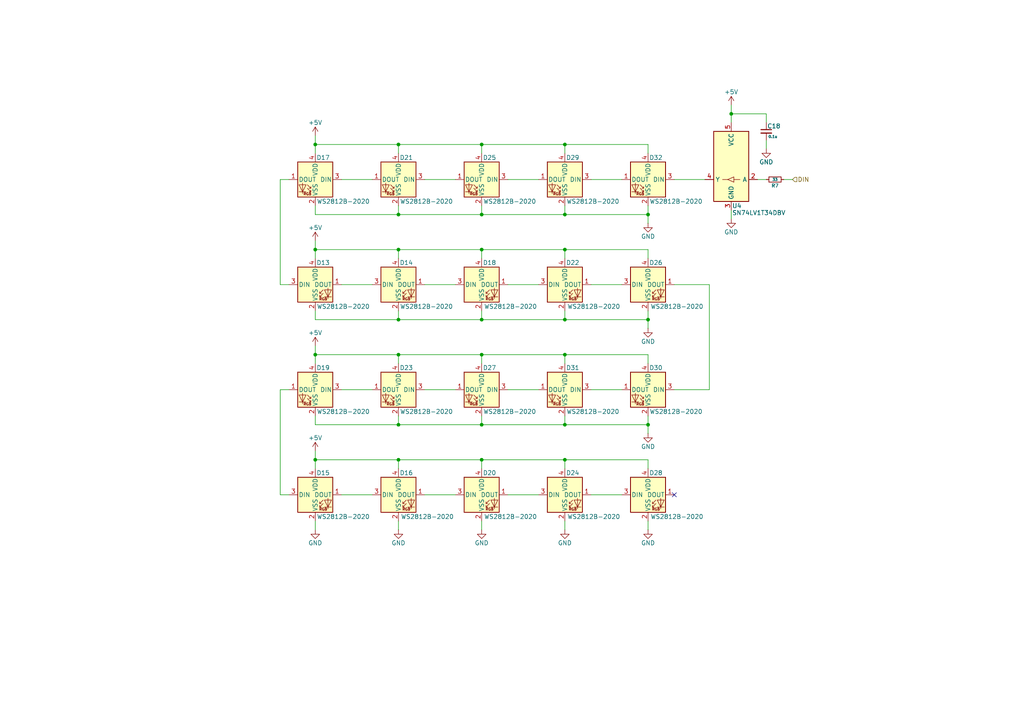
<source format=kicad_sch>
(kicad_sch (version 20250114) (generator "eeschema") (generator_version "9.0")
  (paper "A4")
  (lib_symbols
    (symbol "Device:C_Small" (pin_numbers (hide yes)) (pin_names (offset 0.254) (hide yes))
      (property "Reference" "C" (at 0.254 1.778 0))
      (property "Value" "C_Small" (at 0.254 -2.032 0))
      (symbol "C_Small_0_1"
        (polyline (pts (xy -1.524 0.508) (xy 1.524 0.508)) (stroke (width 0.3048)))
        (polyline (pts (xy -1.524 -0.508) (xy 1.524 -0.508)) (stroke (width 0.3302)))
      )
      (symbol "C_Small_1_1"
        (pin passive line (at 0 2.54 270) (length 2.032) (name "~") (number "1"))
        (pin passive line (at 0 -2.54 90) (length 2.032) (name "~") (number "2"))
      )
    )
    (symbol "Device:R_Small" (pin_numbers (hide yes)) (pin_names (offset 0.254) (hide yes))
      (property "Reference" "R" (at 0 0 90))
      (property "Value" "R_Small" (at 1.778 0 90))
      (symbol "R_Small_0_1"
        (rectangle (start -0.762 1.778) (end 0.762 -1.778) (stroke (width 0.2032)))
      )
      (symbol "R_Small_1_1"
        (pin passive line (at 0 2.54 270) (length 0.762) (name "~") (number "1"))
        (pin passive line (at 0 -2.54 90) (length 0.762) (name "~") (number "2"))
      )
    )
    (symbol "LED:WS2812B-2020" (pin_names (offset 0.254))
      (property "Reference" "D" (at 5.08 5.715 0))
      (property "Value" "WS2812B-2020" (at 1.27 -5.715 0))
      (symbol "WS2812B-2020_0_0"
        (text "RGB" (at 2.286 -4.191 0) (effects (font (size 0.762 0.762))))
      )
      (symbol "WS2812B-2020_0_1"
        (polyline (pts (xy 1.27 -2.54) (xy 1.778 -2.54)))
        (polyline (pts (xy 1.27 -3.556) (xy 1.778 -3.556)))
        (polyline (pts (xy 2.286 -1.524) (xy 1.27 -2.54) (xy 1.27 -2.032)))
        (polyline (pts (xy 2.286 -2.54) (xy 1.27 -3.556) (xy 1.27 -3.048)))
        (polyline (pts (xy 3.683 -1.016) (xy 3.683 -3.556) (xy 3.683 -4.064)))
        (polyline (pts (xy 4.699 -1.524) (xy 2.667 -1.524) (xy 3.683 -3.556) (xy 4.699 -1.524)))
        (polyline (pts (xy 4.699 -3.556) (xy 2.667 -3.556)))
        (rectangle (start 5.08 5.08) (end -5.08 -5.08) (stroke (width 0.254)) (fill (type background)))
      )
      (symbol "WS2812B-2020_1_1"
        (pin input line (at -7.62 0 0) (length 2.54) (name "DIN") (number "3"))
        (pin power_in line (at 0 7.62 270) (length 2.54) (name "VDD") (number "4"))
        (pin power_in line (at 0 -7.62 90) (length 2.54) (name "VSS") (number "2"))
        (pin output line (at 7.62 0 180) (length 2.54) (name "DOUT") (number "1"))
      )
    )
    (symbol "Logic_LevelTranslator:SN74LV1T34DBV"
      (property "Reference" "U4" (at 1.778 9.398 0))
      (property "Value" "SN74LV1T34DBV" (at 8.128 7.62 0))
      (symbol "SN74LV1T34DBV_0_1"
        (rectangle (start -5.08 13.97) (end 5.08 -6.35) (stroke (width 0.254)) (fill (type background)))
        (polyline (pts (xy -0.762 0) (xy -2.54 0)))
        (polyline (pts (xy 1.016 0) (xy 2.54 0)))
      )
      (symbol "SN74LV1T34DBV_1_1"
        (polyline (pts (xy -0.762 -0.762) (xy -0.762 0.762) (xy 1.016 0) (xy -0.762 -0.762)))
        (pin input line (at -7.62 0 0) (length 2.54) (name "A") (number "2"))
        (pin no_connect line (at -5.08 2.54 0) (length 2.54) (hide yes) (name "NC") (number "1"))
        (pin power_in line (at 0 16.51 270) (length 2.54) (name "VCC") (number "5"))
        (pin power_in line (at 0 -8.89 90) (length 2.54) (name "GND") (number "3"))
        (pin output line (at 7.62 0 180) (length 2.54) (name "Y") (number "4"))
      )
    )
    (symbol "power:+5V" (power) (pin_numbers (hide yes)) (pin_names (offset 0) (hide yes))
      (property "Value" "+5V" (at 0 3.556 0))
      (symbol "+5V_0_1"
        (polyline (pts (xy -0.762 1.27) (xy 0 2.54)))
        (polyline (pts (xy 0 2.54) (xy 0.762 1.27)))
        (polyline (pts (xy 0 0) (xy 0 2.54)))
      )
      (symbol "+5V_1_1"
        (pin power_in line (at 0 0 90) (length 0) (name "~") (number "1"))
      )
    )
    (symbol "power:GND" (power) (pin_numbers (hide yes)) (pin_names (offset 0) (hide yes))
      (property "Value" "GND" (at 0 -3.81 0))
      (symbol "GND_0_1"
        (polyline (pts (xy 0 0) (xy 0 -1.27) (xy 1.27 -1.27) (xy 0 -2.54) (xy -1.27 -1.27) (xy 0 -1.27)))
      )
      (symbol "GND_1_1"
        (pin power_in line (at 0 0 270) (length 0) (name "~") (number "1"))
      )
    )
  )
  (junction (at 115.57 62.23))
  (junction (at 163.83 102.87))
  (junction (at 212.09 33.02))
  (junction (at 91.44 72.39))
  (junction (at 187.96 92.71))
  (junction (at 91.44 133.35))
  (junction (at 187.96 123.19))
  (junction (at 139.7 102.87))
  (junction (at 187.96 62.23))
  (junction (at 163.83 41.91))
  (junction (at 163.83 92.71))
  (junction (at 115.57 133.35))
  (junction (at 91.44 102.87))
  (junction (at 163.83 62.23))
  (junction (at 115.57 92.71))
  (junction (at 163.83 123.19))
  (junction (at 163.83 133.35))
  (junction (at 115.57 41.91))
  (junction (at 115.57 102.87))
  (junction (at 139.7 72.39))
  (junction (at 115.57 72.39))
  (junction (at 139.7 123.19))
  (junction (at 163.83 72.39))
  (junction (at 139.7 133.35))
  (junction (at 91.44 41.91))
  (junction (at 115.57 123.19))
  (junction (at 139.7 92.71))
  (junction (at 139.7 62.23))
  (junction (at 139.7 41.91))
  (no_connect (at 195.58 143.51))
  (wire (pts (xy 187.96 59.69) (xy 187.96 62.23)))
  (wire (pts (xy 139.7 92.71) (xy 163.83 92.71)))
  (wire (pts (xy 99.06 82.55) (xy 107.95 82.55)))
  (wire (pts (xy 163.83 92.71) (xy 187.96 92.71)))
  (wire (pts (xy 91.44 151.13) (xy 91.44 153.67)))
  (wire (pts (xy 91.44 41.91) (xy 91.44 44.45)))
  (wire (pts (xy 163.83 120.65) (xy 163.83 123.19)))
  (wire (pts (xy 195.58 52.07) (xy 204.47 52.07)))
  (wire (pts (xy 91.44 72.39) (xy 115.57 72.39)))
  (wire (pts (xy 187.96 135.89) (xy 187.96 133.35)))
  (wire (pts (xy 91.44 102.87) (xy 91.44 105.41)))
  (wire (pts (xy 187.96 120.65) (xy 187.96 123.19)))
  (wire (pts (xy 115.57 92.71) (xy 139.7 92.71)))
  (wire (pts (xy 212.09 33.02) (xy 222.25 33.02)))
  (wire (pts (xy 99.06 113.03) (xy 107.95 113.03)))
  (wire (pts (xy 139.7 120.65) (xy 139.7 123.19)))
  (wire (pts (xy 139.7 133.35) (xy 163.83 133.35)))
  (wire (pts (xy 123.19 52.07) (xy 132.08 52.07)))
  (wire (pts (xy 81.28 52.07) (xy 81.28 82.55)))
  (wire (pts (xy 91.44 72.39) (xy 91.44 74.93)))
  (wire (pts (xy 139.7 123.19) (xy 163.83 123.19)))
  (wire (pts (xy 139.7 72.39) (xy 139.7 74.93)))
  (wire (pts (xy 187.96 74.93) (xy 187.96 72.39)))
  (wire (pts (xy 81.28 143.51) (xy 83.82 143.51)))
  (wire (pts (xy 91.44 59.69) (xy 91.44 62.23)))
  (wire (pts (xy 163.83 72.39) (xy 163.83 74.93)))
  (wire (pts (xy 115.57 90.17) (xy 115.57 92.71)))
  (wire (pts (xy 163.83 102.87) (xy 187.96 102.87)))
  (wire (pts (xy 171.45 113.03) (xy 180.34 113.03)))
  (wire (pts (xy 205.74 82.55) (xy 205.74 113.03)))
  (wire (pts (xy 187.96 64.77) (xy 187.96 62.23)))
  (wire (pts (xy 219.71 52.07) (xy 222.25 52.07)))
  (wire (pts (xy 132.08 82.55) (xy 123.19 82.55)))
  (wire (pts (xy 212.09 30.48) (xy 212.09 33.02)))
  (wire (pts (xy 115.57 72.39) (xy 115.57 74.93)))
  (wire (pts (xy 187.96 105.41) (xy 187.96 102.87)))
  (wire (pts (xy 139.7 133.35) (xy 139.7 135.89)))
  (wire (pts (xy 139.7 72.39) (xy 163.83 72.39)))
  (wire (pts (xy 195.58 113.03) (xy 205.74 113.03)))
  (wire (pts (xy 91.44 69.85) (xy 91.44 72.39)))
  (wire (pts (xy 115.57 102.87) (xy 115.57 105.41)))
  (wire (pts (xy 91.44 100.33) (xy 91.44 102.87)))
  (wire (pts (xy 187.96 95.25) (xy 187.96 92.71)))
  (wire (pts (xy 147.32 52.07) (xy 156.21 52.07)))
  (wire (pts (xy 91.44 102.87) (xy 115.57 102.87)))
  (wire (pts (xy 139.7 59.69) (xy 139.7 62.23)))
  (wire (pts (xy 99.06 52.07) (xy 107.95 52.07)))
  (wire (pts (xy 81.28 113.03) (xy 81.28 143.51)))
  (wire (pts (xy 91.44 120.65) (xy 91.44 123.19)))
  (wire (pts (xy 163.83 151.13) (xy 163.83 153.67)))
  (wire (pts (xy 139.7 102.87) (xy 163.83 102.87)))
  (wire (pts (xy 163.83 102.87) (xy 163.83 105.41)))
  (wire (pts (xy 180.34 143.51) (xy 171.45 143.51)))
  (wire (pts (xy 163.83 62.23) (xy 187.96 62.23)))
  (wire (pts (xy 91.44 130.81) (xy 91.44 133.35)))
  (wire (pts (xy 187.96 90.17) (xy 187.96 92.71)))
  (wire (pts (xy 115.57 72.39) (xy 139.7 72.39)))
  (wire (pts (xy 83.82 113.03) (xy 81.28 113.03)))
  (wire (pts (xy 227.33 52.07) (xy 229.87 52.07)))
  (wire (pts (xy 81.28 82.55) (xy 83.82 82.55)))
  (wire (pts (xy 139.7 41.91) (xy 163.83 41.91)))
  (wire (pts (xy 91.44 62.23) (xy 115.57 62.23)))
  (wire (pts (xy 212.09 60.96) (xy 212.09 63.5)))
  (wire (pts (xy 91.44 133.35) (xy 91.44 135.89)))
  (wire (pts (xy 115.57 133.35) (xy 115.57 135.89)))
  (wire (pts (xy 156.21 82.55) (xy 147.32 82.55)))
  (wire (pts (xy 222.25 33.02) (xy 222.25 35.56)))
  (wire (pts (xy 115.57 151.13) (xy 115.57 153.67)))
  (wire (pts (xy 115.57 41.91) (xy 139.7 41.91)))
  (wire (pts (xy 163.83 41.91) (xy 187.96 41.91)))
  (wire (pts (xy 212.09 33.02) (xy 212.09 35.56)))
  (wire (pts (xy 163.83 133.35) (xy 163.83 135.89)))
  (wire (pts (xy 139.7 62.23) (xy 163.83 62.23)))
  (wire (pts (xy 163.83 133.35) (xy 187.96 133.35)))
  (wire (pts (xy 163.83 123.19) (xy 187.96 123.19)))
  (wire (pts (xy 195.58 82.55) (xy 205.74 82.55)))
  (wire (pts (xy 91.44 133.35) (xy 115.57 133.35)))
  (wire (pts (xy 91.44 41.91) (xy 115.57 41.91)))
  (wire (pts (xy 163.83 59.69) (xy 163.83 62.23)))
  (wire (pts (xy 107.95 143.51) (xy 99.06 143.51)))
  (wire (pts (xy 132.08 143.51) (xy 123.19 143.51)))
  (wire (pts (xy 139.7 90.17) (xy 139.7 92.71)))
  (wire (pts (xy 115.57 62.23) (xy 139.7 62.23)))
  (wire (pts (xy 91.44 39.37) (xy 91.44 41.91)))
  (wire (pts (xy 123.19 113.03) (xy 132.08 113.03)))
  (wire (pts (xy 180.34 82.55) (xy 171.45 82.55)))
  (wire (pts (xy 115.57 123.19) (xy 139.7 123.19)))
  (wire (pts (xy 91.44 92.71) (xy 115.57 92.71)))
  (wire (pts (xy 91.44 123.19) (xy 115.57 123.19)))
  (wire (pts (xy 187.96 44.45) (xy 187.96 41.91)))
  (wire (pts (xy 139.7 151.13) (xy 139.7 153.67)))
  (wire (pts (xy 115.57 41.91) (xy 115.57 44.45)))
  (wire (pts (xy 115.57 59.69) (xy 115.57 62.23)))
  (wire (pts (xy 187.96 125.73) (xy 187.96 123.19)))
  (wire (pts (xy 171.45 52.07) (xy 180.34 52.07)))
  (wire (pts (xy 163.83 72.39) (xy 187.96 72.39)))
  (wire (pts (xy 115.57 102.87) (xy 139.7 102.87)))
  (wire (pts (xy 147.32 113.03) (xy 156.21 113.03)))
  (wire (pts (xy 115.57 133.35) (xy 139.7 133.35)))
  (wire (pts (xy 222.25 40.64) (xy 222.25 43.18)))
  (wire (pts (xy 91.44 90.17) (xy 91.44 92.71)))
  (wire (pts (xy 156.21 143.51) (xy 147.32 143.51)))
  (wire (pts (xy 187.96 151.13) (xy 187.96 153.67)))
  (wire (pts (xy 83.82 52.07) (xy 81.28 52.07)))
  (wire (pts (xy 163.83 90.17) (xy 163.83 92.71)))
  (wire (pts (xy 163.83 41.91) (xy 163.83 44.45)))
  (wire (pts (xy 139.7 102.87) (xy 139.7 105.41)))
  (wire (pts (xy 139.7 41.91) (xy 139.7 44.45)))
  (wire (pts (xy 115.57 120.65) (xy 115.57 123.19)))
  (hierarchical_label "DIN" (shape input) (at 229.87 52.07 0))
  (symbol (lib_id "LED:WS2812B-2020") (at 187.96 82.55 0) (unit 1)
    (property "Reference" "D26" (at 190.246 76.2 0))
    (property "Value" "WS2812B-2020" (at 196.342 88.9 0))
    (property "Footprint" "LED_SMD:LED_WS2812B-2020_PLCC4_2.0x2.0mm" (effects (hide yes)))
    (property "Datasheet" "https://cdn-shop.adafruit.com/product-files/4684/4684_WS2812B-2020_V1.3_EN.pdf" (effects (hide yes)))
    (property "Description" "RGB LED with integrated controller, 2.0 x 2.0 mm, 12 mA" (effects (hide yes)))
  )
  (symbol (lib_id "power:GND") (at 212.09 63.5 0) (mirror y) (unit 1)
    (property "Reference" "#PWR050" (effects (hide yes)))
    (property "Value" "GND" (at 212.09 67.31 0))
    (property "Description" "Power symbol creates a global label with name \"GND\" , ground" (effects (hide yes)))
  )
  (symbol (lib_id "LED:WS2812B-2020") (at 187.96 52.07 0) (mirror y) (unit 1)
    (property "Reference" "D32" (at 190.246 45.72 0))
    (property "Value" "WS2812B-2020" (at 196.088 58.42 0))
    (property "Footprint" "LED_SMD:LED_WS2812B-2020_PLCC4_2.0x2.0mm" (effects (hide yes)))
    (property "Datasheet" "https://cdn-shop.adafruit.com/product-files/4684/4684_WS2812B-2020_V1.3_EN.pdf" (effects (hide yes)))
    (property "Description" "RGB LED with integrated controller, 2.0 x 2.0 mm, 12 mA" (effects (hide yes)))
  )
  (symbol (lib_id "LED:WS2812B-2020") (at 163.83 82.55 0) (unit 1)
    (property "Reference" "D22" (at 166.116 76.2 0))
    (property "Value" "WS2812B-2020" (at 172.212 88.9 0))
    (property "Footprint" "LED_SMD:LED_WS2812B-2020_PLCC4_2.0x2.0mm" (effects (hide yes)))
    (property "Datasheet" "https://cdn-shop.adafruit.com/product-files/4684/4684_WS2812B-2020_V1.3_EN.pdf" (effects (hide yes)))
    (property "Description" "RGB LED with integrated controller, 2.0 x 2.0 mm, 12 mA" (effects (hide yes)))
  )
  (symbol (lib_id "power:GND") (at 187.96 64.77 0) (mirror y) (unit 1)
    (property "Reference" "#PWR045" (effects (hide yes)))
    (property "Value" "GND" (at 187.96 68.58 0))
    (property "Description" "Power symbol creates a global label with name \"GND\" , ground" (effects (hide yes)))
  )
  (symbol (lib_id "LED:WS2812B-2020") (at 163.83 143.51 0) (unit 1)
    (property "Reference" "D24" (at 166.116 137.16 0))
    (property "Value" "WS2812B-2020" (at 172.212 149.86 0))
    (property "Footprint" "LED_SMD:LED_WS2812B-2020_PLCC4_2.0x2.0mm" (effects (hide yes)))
    (property "Datasheet" "https://cdn-shop.adafruit.com/product-files/4684/4684_WS2812B-2020_V1.3_EN.pdf" (effects (hide yes)))
    (property "Description" "RGB LED with integrated controller, 2.0 x 2.0 mm, 12 mA" (effects (hide yes)))
  )
  (symbol (lib_id "power:+5V") (at 91.44 69.85 0) (unit 1)
    (property "Reference" "#PWR038" (effects (hide yes)))
    (property "Value" "+5V" (at 91.44 66.04 0))
    (property "Description" "Power symbol creates a global label with name \"+5V\"" (effects (hide yes)))
  )
  (symbol (lib_id "LED:WS2812B-2020") (at 187.96 143.51 0) (unit 1)
    (property "Reference" "D28" (at 190.246 137.16 0))
    (property "Value" "WS2812B-2020" (at 196.342 149.86 0))
    (property "Footprint" "LED_SMD:LED_WS2812B-2020_PLCC4_2.0x2.0mm" (effects (hide yes)))
    (property "Datasheet" "https://cdn-shop.adafruit.com/product-files/4684/4684_WS2812B-2020_V1.3_EN.pdf" (effects (hide yes)))
    (property "Description" "RGB LED with integrated controller, 2.0 x 2.0 mm, 12 mA" (effects (hide yes)))
  )
  (symbol (lib_id "LED:WS2812B-2020") (at 115.57 82.55 0) (unit 1)
    (property "Reference" "D14" (at 117.856 76.2 0))
    (property "Value" "WS2812B-2020" (at 123.698 88.9 0))
    (property "Footprint" "LED_SMD:LED_WS2812B-2020_PLCC4_2.0x2.0mm" (effects (hide yes)))
    (property "Datasheet" "https://cdn-shop.adafruit.com/product-files/4684/4684_WS2812B-2020_V1.3_EN.pdf" (effects (hide yes)))
    (property "Description" "RGB LED with integrated controller, 2.0 x 2.0 mm, 12 mA" (effects (hide yes)))
  )
  (symbol (lib_id "LED:WS2812B-2020") (at 91.44 52.07 0) (mirror y) (unit 1)
    (property "Reference" "D17" (at 93.726 45.72 0))
    (property "Value" "WS2812B-2020" (at 99.568 58.42 0))
    (property "Footprint" "LED_SMD:LED_WS2812B-2020_PLCC4_2.0x2.0mm" (effects (hide yes)))
    (property "Datasheet" "https://cdn-shop.adafruit.com/product-files/4684/4684_WS2812B-2020_V1.3_EN.pdf" (effects (hide yes)))
    (property "Description" "RGB LED with integrated controller, 2.0 x 2.0 mm, 12 mA" (effects (hide yes)))
  )
  (symbol (lib_id "LED:WS2812B-2020") (at 115.57 52.07 0) (mirror y) (unit 1)
    (property "Reference" "D21" (at 117.856 45.72 0))
    (property "Value" "WS2812B-2020" (at 123.698 58.42 0))
    (property "Footprint" "LED_SMD:LED_WS2812B-2020_PLCC4_2.0x2.0mm" (effects (hide yes)))
    (property "Datasheet" "https://cdn-shop.adafruit.com/product-files/4684/4684_WS2812B-2020_V1.3_EN.pdf" (effects (hide yes)))
    (property "Description" "RGB LED with integrated controller, 2.0 x 2.0 mm, 12 mA" (effects (hide yes)))
  )
  (symbol (lib_id "LED:WS2812B-2020") (at 139.7 143.51 0) (unit 1)
    (property "Reference" "D20" (at 141.986 137.16 0))
    (property "Value" "WS2812B-2020" (at 148.082 149.86 0))
    (property "Footprint" "LED_SMD:LED_WS2812B-2020_PLCC4_2.0x2.0mm" (effects (hide yes)))
    (property "Datasheet" "https://cdn-shop.adafruit.com/product-files/4684/4684_WS2812B-2020_V1.3_EN.pdf" (effects (hide yes)))
    (property "Description" "RGB LED with integrated controller, 2.0 x 2.0 mm, 12 mA" (effects (hide yes)))
  )
  (symbol (lib_id "LED:WS2812B-2020") (at 91.44 113.03 0) (mirror y) (unit 1)
    (property "Reference" "D19" (at 93.726 106.68 0))
    (property "Value" "WS2812B-2020" (at 99.568 119.38 0))
    (property "Footprint" "LED_SMD:LED_WS2812B-2020_PLCC4_2.0x2.0mm" (effects (hide yes)))
    (property "Datasheet" "https://cdn-shop.adafruit.com/product-files/4684/4684_WS2812B-2020_V1.3_EN.pdf" (effects (hide yes)))
    (property "Description" "RGB LED with integrated controller, 2.0 x 2.0 mm, 12 mA" (effects (hide yes)))
  )
  (symbol (lib_id "power:GND") (at 115.57 153.67 0) (unit 1)
    (property "Reference" "#PWR042" (effects (hide yes)))
    (property "Value" "GND" (at 115.57 157.48 0))
    (property "Description" "Power symbol creates a global label with name \"GND\" , ground" (effects (hide yes)))
  )
  (symbol (lib_id "LED:WS2812B-2020") (at 91.44 82.55 0) (unit 1)
    (property "Reference" "D13" (at 93.726 76.2 0))
    (property "Value" "WS2812B-2020" (at 99.568 88.9 0))
    (property "Footprint" "LED_SMD:LED_WS2812B-2020_PLCC4_2.0x2.0mm" (effects (hide yes)))
    (property "Datasheet" "https://cdn-shop.adafruit.com/product-files/4684/4684_WS2812B-2020_V1.3_EN.pdf" (effects (hide yes)))
    (property "Description" "RGB LED with integrated controller, 2.0 x 2.0 mm, 12 mA" (effects (hide yes)))
  )
  (symbol (lib_id "power:GND") (at 163.83 153.67 0) (unit 1)
    (property "Reference" "#PWR044" (effects (hide yes)))
    (property "Value" "GND" (at 163.83 157.48 0))
    (property "Description" "Power symbol creates a global label with name \"GND\" , ground" (effects (hide yes)))
  )
  (symbol (lib_id "power:GND") (at 187.96 95.25 0) (mirror y) (unit 1)
    (property "Reference" "#PWR046" (effects (hide yes)))
    (property "Value" "GND" (at 187.96 99.06 0))
    (property "Description" "Power symbol creates a global label with name \"GND\" , ground" (effects (hide yes)))
  )
  (symbol (lib_id "power:+5V") (at 91.44 39.37 0) (unit 1)
    (property "Reference" "#PWR037" (effects (hide yes)))
    (property "Value" "+5V" (at 91.44 35.56 0))
    (property "Description" "Power symbol creates a global label with name \"+5V\"" (effects (hide yes)))
  )
  (symbol (lib_id "power:+5V") (at 212.09 30.48 0) (mirror y) (unit 1)
    (property "Reference" "#PWR049" (effects (hide yes)))
    (property "Value" "+5V" (at 212.09 26.67 0))
    (property "Description" "Power symbol creates a global label with name \"+5V\"" (effects (hide yes)))
  )
  (symbol (lib_id "LED:WS2812B-2020") (at 91.44 143.51 0) (unit 1)
    (property "Reference" "D15" (at 93.726 137.16 0))
    (property "Value" "WS2812B-2020" (at 99.568 149.86 0))
    (property "Footprint" "LED_SMD:LED_WS2812B-2020_PLCC4_2.0x2.0mm" (effects (hide yes)))
    (property "Datasheet" "https://cdn-shop.adafruit.com/product-files/4684/4684_WS2812B-2020_V1.3_EN.pdf" (effects (hide yes)))
    (property "Description" "RGB LED with integrated controller, 2.0 x 2.0 mm, 12 mA" (effects (hide yes)))
  )
  (symbol (lib_id "Device:C_Small") (at 222.25 38.1 0) (unit 1)
    (property "Reference" "C18" (at 222.504 36.576 0) (effects (justify left)))
    (property "Value" "0.1u" (at 222.758 39.624 0) (effects (font (size 0.762 0.762) (thickness 0.1524) (bold yes)) (justify left)))
    (property "Footprint" "Capacitor_SMD:C_0402_1005Metric" (effects (hide yes)))
    (property "Description" "Unpolarized capacitor, small symbol" (effects (hide yes)))
  )
  (symbol (lib_id "LED:WS2812B-2020") (at 187.96 113.03 0) (mirror y) (unit 1)
    (property "Reference" "D30" (at 190.246 106.68 0))
    (property "Value" "WS2812B-2020" (at 196.088 119.38 0))
    (property "Footprint" "LED_SMD:LED_WS2812B-2020_PLCC4_2.0x2.0mm" (effects (hide yes)))
    (property "Datasheet" "https://cdn-shop.adafruit.com/product-files/4684/4684_WS2812B-2020_V1.3_EN.pdf" (effects (hide yes)))
    (property "Description" "RGB LED with integrated controller, 2.0 x 2.0 mm, 12 mA" (effects (hide yes)))
  )
  (symbol (lib_id "LED:WS2812B-2020") (at 115.57 113.03 0) (mirror y) (unit 1)
    (property "Reference" "D23" (at 117.856 106.68 0))
    (property "Value" "WS2812B-2020" (at 123.698 119.38 0))
    (property "Footprint" "LED_SMD:LED_WS2812B-2020_PLCC4_2.0x2.0mm" (effects (hide yes)))
    (property "Datasheet" "https://cdn-shop.adafruit.com/product-files/4684/4684_WS2812B-2020_V1.3_EN.pdf" (effects (hide yes)))
    (property "Description" "RGB LED with integrated controller, 2.0 x 2.0 mm, 12 mA" (effects (hide yes)))
  )
  (symbol (lib_id "power:+5V") (at 91.44 100.33 0) (unit 1)
    (property "Reference" "#PWR039" (effects (hide yes)))
    (property "Value" "+5V" (at 91.44 96.52 0))
    (property "Description" "Power symbol creates a global label with name \"+5V\"" (effects (hide yes)))
  )
  (symbol (lib_id "power:GND") (at 91.44 153.67 0) (unit 1)
    (property "Reference" "#PWR041" (effects (hide yes)))
    (property "Value" "GND" (at 91.44 157.48 0))
    (property "Description" "Power symbol creates a global label with name \"GND\" , ground" (effects (hide yes)))
  )
  (symbol (lib_id "LED:WS2812B-2020") (at 163.83 52.07 0) (mirror y) (unit 1)
    (property "Reference" "D29" (at 166.116 45.72 0))
    (property "Value" "WS2812B-2020" (at 171.958 58.42 0))
    (property "Footprint" "LED_SMD:LED_WS2812B-2020_PLCC4_2.0x2.0mm" (effects (hide yes)))
    (property "Datasheet" "https://cdn-shop.adafruit.com/product-files/4684/4684_WS2812B-2020_V1.3_EN.pdf" (effects (hide yes)))
    (property "Description" "RGB LED with integrated controller, 2.0 x 2.0 mm, 12 mA" (effects (hide yes)))
  )
  (symbol (lib_id "power:GND") (at 139.7 153.67 0) (unit 1)
    (property "Reference" "#PWR043" (effects (hide yes)))
    (property "Value" "GND" (at 139.7 157.48 0))
    (property "Description" "Power symbol creates a global label with name \"GND\" , ground" (effects (hide yes)))
  )
  (symbol (lib_id "LED:WS2812B-2020") (at 139.7 113.03 0) (mirror y) (unit 1)
    (property "Reference" "D27" (at 141.986 106.68 0))
    (property "Value" "WS2812B-2020" (at 147.828 119.38 0))
    (property "Footprint" "LED_SMD:LED_WS2812B-2020_PLCC4_2.0x2.0mm" (effects (hide yes)))
    (property "Datasheet" "https://cdn-shop.adafruit.com/product-files/4684/4684_WS2812B-2020_V1.3_EN.pdf" (effects (hide yes)))
    (property "Description" "RGB LED with integrated controller, 2.0 x 2.0 mm, 12 mA" (effects (hide yes)))
  )
  (symbol (lib_id "power:GND") (at 187.96 125.73 0) (mirror y) (unit 1)
    (property "Reference" "#PWR047" (effects (hide yes)))
    (property "Value" "GND" (at 187.96 129.54 0))
    (property "Description" "Power symbol creates a global label with name \"GND\" , ground" (effects (hide yes)))
  )
  (symbol (lib_id "Device:R_Small") (at 224.79 52.07 90) (unit 1)
    (property "Reference" "R7" (at 224.79 53.848 90) (effects (font (size 1.016 1.016))))
    (property "Value" "33" (at 224.79 52.07 90) (effects (font (size 0.762 0.762) (thickness 0.1524) (bold yes))))
    (property "Footprint" "Resistor_SMD:R_0402_1005Metric" (effects (hide yes)))
    (property "Description" "Resistor, small symbol" (effects (hide yes)))
  )
  (symbol (lib_id "LED:WS2812B-2020") (at 115.57 143.51 0) (unit 1)
    (property "Reference" "D16" (at 117.856 137.16 0))
    (property "Value" "WS2812B-2020" (at 123.952 149.86 0))
    (property "Footprint" "LED_SMD:LED_WS2812B-2020_PLCC4_2.0x2.0mm" (effects (hide yes)))
    (property "Datasheet" "https://cdn-shop.adafruit.com/product-files/4684/4684_WS2812B-2020_V1.3_EN.pdf" (effects (hide yes)))
    (property "Description" "RGB LED with integrated controller, 2.0 x 2.0 mm, 12 mA" (effects (hide yes)))
  )
  (symbol (lib_id "Logic_LevelTranslator:SN74LV1T34DBV") (at 212.09 52.07 0) (mirror y) (unit 1)
    (property "Reference" "U4" (at 212.344 59.69 0) (effects (justify right)))
    (property "Value" "SN74LV1T34DBV" (at 212.344 61.722 0) (effects (justify right)))
    (property "Footprint" "Package_TO_SOT_SMD:SOT-23-5" (effects (hide yes)))
    (property "Datasheet" "https://www.ti.com/lit/ds/symlink/sn74lv1t34.pdf" (effects (hide yes)))
    (property "Description" "Single Power Supply, Single Buffer GATE, CMOS Logic, Level Shifter, SOT-23-5" (effects (hide yes)))
  )
  (symbol (lib_id "power:GND") (at 222.25 43.18 0) (mirror y) (unit 1)
    (property "Reference" "#PWR051" (effects (hide yes)))
    (property "Value" "GND" (at 222.25 46.99 0))
    (property "Description" "Power symbol creates a global label with name \"GND\" , ground" (effects (hide yes)))
  )
  (symbol (lib_id "LED:WS2812B-2020") (at 163.83 113.03 0) (mirror y) (unit 1)
    (property "Reference" "D31" (at 166.116 106.68 0))
    (property "Value" "WS2812B-2020" (at 171.958 119.38 0))
    (property "Footprint" "LED_SMD:LED_WS2812B-2020_PLCC4_2.0x2.0mm" (effects (hide yes)))
    (property "Datasheet" "https://cdn-shop.adafruit.com/product-files/4684/4684_WS2812B-2020_V1.3_EN.pdf" (effects (hide yes)))
    (property "Description" "RGB LED with integrated controller, 2.0 x 2.0 mm, 12 mA" (effects (hide yes)))
  )
  (symbol (lib_id "LED:WS2812B-2020") (at 139.7 52.07 0) (mirror y) (unit 1)
    (property "Reference" "D25" (at 141.986 45.72 0))
    (property "Value" "WS2812B-2020" (at 147.828 58.42 0))
    (property "Footprint" "LED_SMD:LED_WS2812B-2020_PLCC4_2.0x2.0mm" (effects (hide yes)))
    (property "Datasheet" "https://cdn-shop.adafruit.com/product-files/4684/4684_WS2812B-2020_V1.3_EN.pdf" (effects (hide yes)))
    (property "Description" "RGB LED with integrated controller, 2.0 x 2.0 mm, 12 mA" (effects (hide yes)))
  )
  (symbol (lib_id "power:GND") (at 187.96 153.67 0) (unit 1)
    (property "Reference" "#PWR048" (effects (hide yes)))
    (property "Value" "GND" (at 187.96 157.48 0))
    (property "Description" "Power symbol creates a global label with name \"GND\" , ground" (effects (hide yes)))
  )
  (symbol (lib_id "power:+5V") (at 91.44 130.81 0) (unit 1)
    (property "Reference" "#PWR040" (effects (hide yes)))
    (property "Value" "+5V" (at 91.44 127 0))
    (property "Description" "Power symbol creates a global label with name \"+5V\"" (effects (hide yes)))
  )
  (symbol (lib_id "LED:WS2812B-2020") (at 139.7 82.55 0) (unit 1)
    (property "Reference" "D18" (at 141.986 76.2 0))
    (property "Value" "WS2812B-2020" (at 148.082 88.9 0))
    (property "Footprint" "LED_SMD:LED_WS2812B-2020_PLCC4_2.0x2.0mm" (effects (hide yes)))
    (property "Datasheet" "https://cdn-shop.adafruit.com/product-files/4684/4684_WS2812B-2020_V1.3_EN.pdf" (effects (hide yes)))
    (property "Description" "RGB LED with integrated controller, 2.0 x 2.0 mm, 12 mA" (effects (hide yes)))
  )
)
</source>
